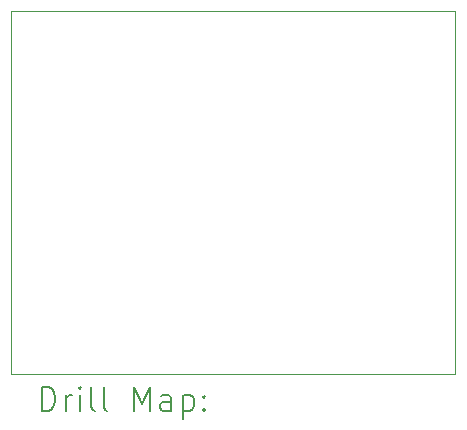
<source format=gbr>
%TF.GenerationSoftware,KiCad,Pcbnew,8.0.5*%
%TF.CreationDate,2025-03-26T13:41:20+00:00*%
%TF.ProjectId,PCB_1001_00,5043425f-3130-4303-915f-30302e6b6963,rev?*%
%TF.SameCoordinates,Original*%
%TF.FileFunction,Drillmap*%
%TF.FilePolarity,Positive*%
%FSLAX45Y45*%
G04 Gerber Fmt 4.5, Leading zero omitted, Abs format (unit mm)*
G04 Created by KiCad (PCBNEW 8.0.5) date 2025-03-26 13:41:20*
%MOMM*%
%LPD*%
G01*
G04 APERTURE LIST*
%ADD10C,0.050000*%
%ADD11C,0.200000*%
G04 APERTURE END LIST*
D10*
X12369800Y-7848600D02*
X16129000Y-7848600D01*
X16129000Y-10922000D01*
X12369800Y-10922000D01*
X12369800Y-7848600D01*
D11*
X12628077Y-11235984D02*
X12628077Y-11035984D01*
X12628077Y-11035984D02*
X12675696Y-11035984D01*
X12675696Y-11035984D02*
X12704267Y-11045508D01*
X12704267Y-11045508D02*
X12723315Y-11064555D01*
X12723315Y-11064555D02*
X12732839Y-11083603D01*
X12732839Y-11083603D02*
X12742362Y-11121698D01*
X12742362Y-11121698D02*
X12742362Y-11150270D01*
X12742362Y-11150270D02*
X12732839Y-11188365D01*
X12732839Y-11188365D02*
X12723315Y-11207412D01*
X12723315Y-11207412D02*
X12704267Y-11226460D01*
X12704267Y-11226460D02*
X12675696Y-11235984D01*
X12675696Y-11235984D02*
X12628077Y-11235984D01*
X12828077Y-11235984D02*
X12828077Y-11102650D01*
X12828077Y-11140746D02*
X12837601Y-11121698D01*
X12837601Y-11121698D02*
X12847124Y-11112174D01*
X12847124Y-11112174D02*
X12866172Y-11102650D01*
X12866172Y-11102650D02*
X12885220Y-11102650D01*
X12951886Y-11235984D02*
X12951886Y-11102650D01*
X12951886Y-11035984D02*
X12942362Y-11045508D01*
X12942362Y-11045508D02*
X12951886Y-11055031D01*
X12951886Y-11055031D02*
X12961410Y-11045508D01*
X12961410Y-11045508D02*
X12951886Y-11035984D01*
X12951886Y-11035984D02*
X12951886Y-11055031D01*
X13075696Y-11235984D02*
X13056648Y-11226460D01*
X13056648Y-11226460D02*
X13047124Y-11207412D01*
X13047124Y-11207412D02*
X13047124Y-11035984D01*
X13180458Y-11235984D02*
X13161410Y-11226460D01*
X13161410Y-11226460D02*
X13151886Y-11207412D01*
X13151886Y-11207412D02*
X13151886Y-11035984D01*
X13409029Y-11235984D02*
X13409029Y-11035984D01*
X13409029Y-11035984D02*
X13475696Y-11178841D01*
X13475696Y-11178841D02*
X13542362Y-11035984D01*
X13542362Y-11035984D02*
X13542362Y-11235984D01*
X13723315Y-11235984D02*
X13723315Y-11131222D01*
X13723315Y-11131222D02*
X13713791Y-11112174D01*
X13713791Y-11112174D02*
X13694743Y-11102650D01*
X13694743Y-11102650D02*
X13656648Y-11102650D01*
X13656648Y-11102650D02*
X13637601Y-11112174D01*
X13723315Y-11226460D02*
X13704267Y-11235984D01*
X13704267Y-11235984D02*
X13656648Y-11235984D01*
X13656648Y-11235984D02*
X13637601Y-11226460D01*
X13637601Y-11226460D02*
X13628077Y-11207412D01*
X13628077Y-11207412D02*
X13628077Y-11188365D01*
X13628077Y-11188365D02*
X13637601Y-11169317D01*
X13637601Y-11169317D02*
X13656648Y-11159793D01*
X13656648Y-11159793D02*
X13704267Y-11159793D01*
X13704267Y-11159793D02*
X13723315Y-11150270D01*
X13818553Y-11102650D02*
X13818553Y-11302650D01*
X13818553Y-11112174D02*
X13837601Y-11102650D01*
X13837601Y-11102650D02*
X13875696Y-11102650D01*
X13875696Y-11102650D02*
X13894743Y-11112174D01*
X13894743Y-11112174D02*
X13904267Y-11121698D01*
X13904267Y-11121698D02*
X13913791Y-11140746D01*
X13913791Y-11140746D02*
X13913791Y-11197888D01*
X13913791Y-11197888D02*
X13904267Y-11216936D01*
X13904267Y-11216936D02*
X13894743Y-11226460D01*
X13894743Y-11226460D02*
X13875696Y-11235984D01*
X13875696Y-11235984D02*
X13837601Y-11235984D01*
X13837601Y-11235984D02*
X13818553Y-11226460D01*
X13999505Y-11216936D02*
X14009029Y-11226460D01*
X14009029Y-11226460D02*
X13999505Y-11235984D01*
X13999505Y-11235984D02*
X13989982Y-11226460D01*
X13989982Y-11226460D02*
X13999505Y-11216936D01*
X13999505Y-11216936D02*
X13999505Y-11235984D01*
X13999505Y-11112174D02*
X14009029Y-11121698D01*
X14009029Y-11121698D02*
X13999505Y-11131222D01*
X13999505Y-11131222D02*
X13989982Y-11121698D01*
X13989982Y-11121698D02*
X13999505Y-11112174D01*
X13999505Y-11112174D02*
X13999505Y-11131222D01*
M02*

</source>
